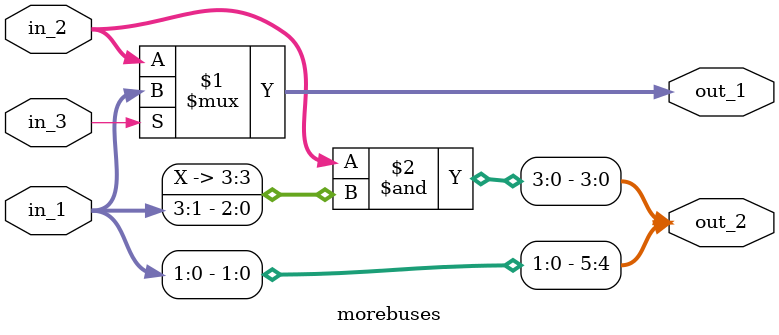
<source format=v>
module in_out_module (in_1, in_2, out_1, out_2);

   //Input ports
   input in_1;
   input in_2;

   //Output ports
   output out_1;
   output out_2;

   //Assignments
   assign out_1 = in_1 & in_2;
   assign out_2 = in_1 | in_2;

endmodule

module intermediate (in_1, in_2, out_1);

   input in_1;
   input in_2;
   
   output out_1;

   //Intermediate signals
   wire intermezzo;

   assign intermezzo = in_1 & in_2;
   assign out_1 = intermezzo | in_2;

endmodule

module buses (in_1, in_2, in_3, out_1);

   //For declaring a bus with bits from 0 to 3 (total = 4)
   input [3:0] in_1;
   input [3:0] in_2;
   input in_3;
   
   output [3:0] out_1;

   wire [3:0] intermezzo;

   //For assigning a single bit to a bus
   assign intermezzo = {4{in_3}};

   //Does bitwise assignment
   assign out_1 = (intermezzo & in_1) | (in_1 & in_2);

endmodule

module morebuses (in_1, in_2, in_3, out_1, out_2);

   input [3:0] in_1, in_2;
   input in_3;

   output [3:0] out_1;
   output [5:0] out_2;

   //Ternary bitwise operator   
   assign out_1 = in_3 ? in_1 : in_2;
   //Concatenation
   assign out_2 = {in_1[1:0], (in_2[3:0] & in_1[4:1])};

endmodule

</source>
